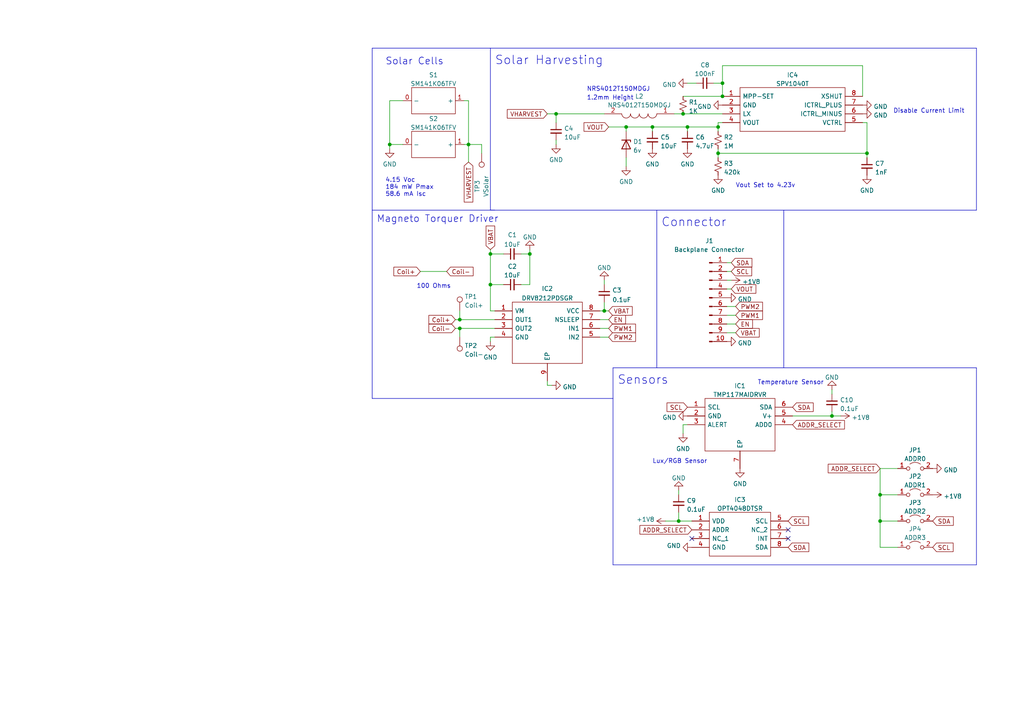
<source format=kicad_sch>
(kicad_sch (version 20230121) (generator eeschema)
  (paper "A4")
  (lib_symbols
    (symbol "+1V8_1" (power) (pin_names (offset 0))
      (property "Value" "+1V8_1" (at 0 3.556 0))
      (symbol "+1V8_1_0_1"
        (polyline (pts (xy -0.762 1.27) (xy 0 2.54)))
        (polyline (pts (xy 0 0) (xy 0 2.54)))
        (polyline (pts (xy 0 2.54) (xy 0.762 1.27)))
      )
      (symbol "+1V8_1_1_1"
        (pin power_in line (at 0 0 90) (length 0) hide (name "+1V8") (number "1"))
      )
    )
    (symbol "Connector:Conn_01x10_Male" (pin_names (offset 1.016) hide)
      (property "Reference" "J" (at 0 12.7 0))
      (property "Value" "Conn_01x10_Male" (at 0 -15.24 0))
      (symbol "Conn_01x10_Male_1_1"
        (polyline (pts (xy 1.27 -12.7) (xy 0.8636 -12.7)) (stroke (width 0.1524)))
        (polyline (pts (xy 1.27 -10.16) (xy 0.8636 -10.16)) (stroke (width 0.1524)))
        (polyline (pts (xy 1.27 -7.62) (xy 0.8636 -7.62)) (stroke (width 0.1524)))
        (polyline (pts (xy 1.27 -5.08) (xy 0.8636 -5.08)) (stroke (width 0.1524)))
        (polyline (pts (xy 1.27 -2.54) (xy 0.8636 -2.54)) (stroke (width 0.1524)))
        (polyline (pts (xy 1.27 0) (xy 0.8636 0)) (stroke (width 0.1524)))
        (polyline (pts (xy 1.27 2.54) (xy 0.8636 2.54)) (stroke (width 0.1524)))
        (polyline (pts (xy 1.27 5.08) (xy 0.8636 5.08)) (stroke (width 0.1524)))
        (polyline (pts (xy 1.27 7.62) (xy 0.8636 7.62)) (stroke (width 0.1524)))
        (polyline (pts (xy 1.27 10.16) (xy 0.8636 10.16)) (stroke (width 0.1524)))
        (rectangle (start 0.8636 -12.573) (end 0 -12.827) (stroke (width 0.1524)) (fill (type outline)))
        (rectangle (start 0.8636 -10.033) (end 0 -10.287) (stroke (width 0.1524)) (fill (type outline)))
        (rectangle (start 0.8636 -7.493) (end 0 -7.747) (stroke (width 0.1524)) (fill (type outline)))
        (rectangle (start 0.8636 -4.953) (end 0 -5.207) (stroke (width 0.1524)) (fill (type outline)))
        (rectangle (start 0.8636 -2.413) (end 0 -2.667) (stroke (width 0.1524)) (fill (type outline)))
        (rectangle (start 0.8636 0.127) (end 0 -0.127) (stroke (width 0.1524)) (fill (type outline)))
        (rectangle (start 0.8636 2.667) (end 0 2.413) (stroke (width 0.1524)) (fill (type outline)))
        (rectangle (start 0.8636 5.207) (end 0 4.953) (stroke (width 0.1524)) (fill (type outline)))
        (rectangle (start 0.8636 7.747) (end 0 7.493) (stroke (width 0.1524)) (fill (type outline)))
        (rectangle (start 0.8636 10.287) (end 0 10.033) (stroke (width 0.1524)) (fill (type outline)))
        (pin passive line (at 5.08 10.16 180) (length 3.81) (name "Pin_1") (number "1"))
        (pin passive line (at 5.08 -12.7 180) (length 3.81) (name "Pin_10") (number "10"))
        (pin passive line (at 5.08 7.62 180) (length 3.81) (name "Pin_2") (number "2"))
        (pin passive line (at 5.08 5.08 180) (length 3.81) (name "Pin_3") (number "3"))
        (pin passive line (at 5.08 2.54 180) (length 3.81) (name "Pin_4") (number "4"))
        (pin passive line (at 5.08 0 180) (length 3.81) (name "Pin_5") (number "5"))
        (pin passive line (at 5.08 -2.54 180) (length 3.81) (name "Pin_6") (number "6"))
        (pin passive line (at 5.08 -5.08 180) (length 3.81) (name "Pin_7") (number "7"))
        (pin passive line (at 5.08 -7.62 180) (length 3.81) (name "Pin_8") (number "8"))
        (pin passive line (at 5.08 -10.16 180) (length 3.81) (name "Pin_9") (number "9"))
      )
    )
    (symbol "Connector:TestPoint" (pin_numbers hide) (pin_names (offset 0.762) hide)
      (property "Reference" "TP" (at 0 6.858 0))
      (property "Value" "TestPoint" (at 0 5.08 0))
      (symbol "TestPoint_0_1"
        (circle (center 0 3.302) (radius 0.762))
      )
      (symbol "TestPoint_1_1"
        (pin passive line (at 0 0 90) (length 2.54) (name "1") (number "1"))
      )
    )
    (symbol "DRV8212PDSGR:DRV8212PDSGR" (pin_names (offset 0.762))
      (property "Reference" "IC" (at 26.67 7.62 0))
      (property "Value" "DRV8212PDSGR" (at 26.67 5.08 0))
      (symbol "DRV8212PDSGR_0_0"
        (pin passive line (at 0 0 0) (length 5.08) (name "VM") (number "1"))
        (pin passive line (at 0 -2.54 0) (length 5.08) (name "OUT1") (number "2"))
        (pin passive line (at 0 -5.08 0) (length 5.08) (name "OUT2") (number "3"))
        (pin passive line (at 0 -7.62 0) (length 5.08) (name "GND") (number "4"))
        (pin passive line (at 30.48 -7.62 180) (length 5.08) (name "IN2") (number "5"))
        (pin passive line (at 30.48 -5.08 180) (length 5.08) (name "IN1") (number "6"))
        (pin passive line (at 30.48 -2.54 180) (length 5.08) (name "NSLEEP") (number "7"))
        (pin passive line (at 30.48 0 180) (length 5.08) (name "VCC") (number "8"))
        (pin passive line (at 15.24 -20.32 90) (length 5.08) (name "EP") (number "9"))
      )
      (symbol "DRV8212PDSGR_0_1"
        (polyline (pts (xy 5.08 2.54) (xy 25.4 2.54) (xy 25.4 -15.24) (xy 5.08 -15.24) (xy 5.08 2.54)) (stroke (width 0.1524)))
      )
    )
    (symbol "Device:C_Small" (pin_numbers hide) (pin_names (offset 0.254) hide)
      (property "Reference" "C" (at 0.254 1.778 0))
      (property "Value" "C_Small" (at 0.254 -2.032 0))
      (symbol "C_Small_0_1"
        (polyline (pts (xy -1.524 -0.508) (xy 1.524 -0.508)) (stroke (width 0.3302)))
        (polyline (pts (xy -1.524 0.508) (xy 1.524 0.508)) (stroke (width 0.3048)))
      )
      (symbol "C_Small_1_1"
        (pin passive line (at 0 2.54 270) (length 2.032) (name "~") (number "1"))
        (pin passive line (at 0 -2.54 90) (length 2.032) (name "~") (number "2"))
      )
    )
    (symbol "Device:D_Zener" (pin_numbers hide) (pin_names (offset 1.016) hide)
      (property "Reference" "D" (at 0 2.54 0))
      (property "Value" "D_Zener" (at 0 -2.54 0))
      (symbol "D_Zener_0_1"
        (polyline (pts (xy 1.27 0) (xy -1.27 0)))
        (polyline (pts (xy -1.27 -1.27) (xy -1.27 1.27) (xy -0.762 1.27)) (stroke (width 0.254)))
        (polyline (pts (xy 1.27 -1.27) (xy 1.27 1.27) (xy -1.27 0) (xy 1.27 -1.27)) (stroke (width 0.254)))
      )
      (symbol "D_Zener_1_1"
        (pin passive line (at -3.81 0 0) (length 2.54) (name "K") (number "1"))
        (pin passive line (at 3.81 0 180) (length 2.54) (name "A") (number "2"))
      )
    )
    (symbol "Device:R_Small_US" (pin_numbers hide) (pin_names (offset 0.254) hide)
      (property "Reference" "R" (at 0.762 0.508 0))
      (property "Value" "R_Small_US" (at 0.762 -1.016 0))
      (symbol "R_Small_US_1_1"
        (polyline (pts (xy 0 0) (xy 1.016 -0.381) (xy 0 -0.762) (xy -1.016 -1.143) (xy 0 -1.524)))
        (polyline (pts (xy 0 1.524) (xy 1.016 1.143) (xy 0 0.762) (xy -1.016 0.381) (xy 0 0)))
        (pin passive line (at 0 2.54 270) (length 1.016) (name "~") (number "1"))
        (pin passive line (at 0 -2.54 90) (length 1.016) (name "~") (number "2"))
      )
    )
    (symbol "GND_1" (power) (pin_names (offset 0))
      (property "Value" "GND_1" (at 0 -3.81 0))
      (symbol "GND_1_0_1"
        (polyline (pts (xy 0 0) (xy 0 -1.27) (xy 1.27 -1.27) (xy 0 -2.54) (xy -1.27 -1.27) (xy 0 -1.27)))
      )
      (symbol "GND_1_1_1"
        (pin power_in line (at 0 0 270) (length 0) hide (name "GND") (number "1"))
      )
    )
    (symbol "GND_2" (power) (pin_names (offset 0))
      (property "Value" "GND_2" (at 0 -3.81 0))
      (symbol "GND_2_0_1"
        (polyline (pts (xy 0 0) (xy 0 -1.27) (xy 1.27 -1.27) (xy 0 -2.54) (xy -1.27 -1.27) (xy 0 -1.27)))
      )
      (symbol "GND_2_1_1"
        (pin power_in line (at 0 0 270) (length 0) hide (name "GND") (number "1"))
      )
    )
    (symbol "GND_3" (power) (pin_names (offset 0))
      (property "Value" "GND_3" (at 0 -3.81 0))
      (symbol "GND_3_0_1"
        (polyline (pts (xy 0 0) (xy 0 -1.27) (xy 1.27 -1.27) (xy 0 -2.54) (xy -1.27 -1.27) (xy 0 -1.27)))
      )
      (symbol "GND_3_1_1"
        (pin power_in line (at 0 0 270) (length 0) hide (name "GND") (number "1"))
      )
    )
    (symbol "GND_4" (power) (pin_names (offset 0))
      (property "Value" "GND_4" (at 0 -3.81 0))
      (symbol "GND_4_0_1"
        (polyline (pts (xy 0 0) (xy 0 -1.27) (xy 1.27 -1.27) (xy 0 -2.54) (xy -1.27 -1.27) (xy 0 -1.27)))
      )
      (symbol "GND_4_1_1"
        (pin power_in line (at 0 0 270) (length 0) hide (name "GND") (number "1"))
      )
    )
    (symbol "GND_6" (power) (pin_names (offset 0))
      (property "Value" "GND_6" (at 0 -3.81 0))
      (symbol "GND_6_0_1"
        (polyline (pts (xy 0 0) (xy 0 -1.27) (xy 1.27 -1.27) (xy 0 -2.54) (xy -1.27 -1.27) (xy 0 -1.27)))
      )
      (symbol "GND_6_1_1"
        (pin power_in line (at 0 0 270) (length 0) hide (name "GND") (number "1"))
      )
    )
    (symbol "Jumper:Jumper_2_Open" (pin_names (offset 0) hide)
      (property "Reference" "JP" (at 0 2.794 0))
      (property "Value" "Jumper_2_Open" (at 0 -2.286 0))
      (symbol "Jumper_2_Open_0_0"
        (circle (center -2.032 0) (radius 0.508))
        (circle (center 2.032 0) (radius 0.508))
      )
      (symbol "Jumper_2_Open_0_1"
        (arc (start 1.524 1.27) (mid 0 1.778) (end -1.524 1.27))
      )
      (symbol "Jumper_2_Open_1_1"
        (pin passive line (at -5.08 0 0) (length 2.54) (name "A") (number "1"))
        (pin passive line (at 5.08 0 180) (length 2.54) (name "B") (number "2"))
      )
    )
    (symbol "KXOB121K04TF:SM141K06TFV"
      (property "Reference" "S" (at 0 -5.08 0))
      (property "Value" "SM141K06TFV" (at 0 5.08 0))
      (symbol "SM141K06TFV_0_1"
        (rectangle (start -6.35 3.81) (end 6.35 -3.81) (stroke (width 0.1524)))
      )
      (symbol "SM141K06TFV_1_1"
        (pin input line (at -8.89 0 0) (length 2.54) (name "-") (number "0"))
        (pin input line (at 8.89 0 180) (length 2.54) (name "+") (number "1"))
      )
    )
    (symbol "NRS4012T150MDGJ:NRS4012T150MDGJ" (pin_names (offset 0.762))
      (property "Reference" "L" (at 16.51 6.35 0))
      (property "Value" "NRS4012T150MDGJ" (at 16.51 3.81 0))
      (symbol "NRS4012T150MDGJ_0_0"
        (pin passive line (at 0 0 0) (length 5.08) (name "~") (number "1"))
        (pin passive line (at 20.32 0 180) (length 5.08) (name "~") (number "2"))
      )
      (symbol "NRS4012T150MDGJ_0_1"
        (arc (start 7.62 0) (mid 6.35 1.2202) (end 5.08 0) (stroke (width 0.1524)))
        (arc (start 10.16 0) (mid 8.89 1.2202) (end 7.62 0) (stroke (width 0.1524)))
        (arc (start 12.7 0) (mid 11.43 1.2202) (end 10.16 0) (stroke (width 0.1524)))
        (arc (start 15.24 0) (mid 13.97 1.2202) (end 12.7 0) (stroke (width 0.1524)))
      )
    )
    (symbol "OPT4048DTSR:OPT4048DTSR" (pin_names (offset 0.762))
      (property "Reference" "IC" (at 24.13 7.62 0))
      (property "Value" "OPT4048DTSR" (at 24.13 5.08 0))
      (symbol "OPT4048DTSR_0_0"
        (pin passive line (at 0 0 0) (length 5.08) (name "VDD") (number "1"))
        (pin passive line (at 0 -2.54 0) (length 5.08) (name "ADDR") (number "2"))
        (pin passive line (at 0 -5.08 0) (length 5.08) (name "NC_1") (number "3"))
        (pin passive line (at 0 -7.62 0) (length 5.08) (name "GND") (number "4"))
        (pin passive line (at 27.94 0 180) (length 5.08) (name "SCL") (number "5"))
        (pin passive line (at 27.94 -2.54 180) (length 5.08) (name "NC_2") (number "6"))
        (pin passive line (at 27.94 -5.08 180) (length 5.08) (name "INT") (number "7"))
        (pin passive line (at 27.94 -7.62 180) (length 5.08) (name "SDA") (number "8"))
      )
      (symbol "OPT4048DTSR_0_1"
        (polyline (pts (xy 5.08 2.54) (xy 22.86 2.54) (xy 22.86 -10.16) (xy 5.08 -10.16) (xy 5.08 2.54)) (stroke (width 0.1524)))
      )
    )
    (symbol "SPV1040T:SPV1040T" (pin_names (offset 0.762))
      (property "Reference" "IC" (at 36.83 7.62 0))
      (property "Value" "SPV1040T" (at 36.83 5.08 0))
      (symbol "SPV1040T_0_0"
        (pin passive line (at 0 0 0) (length 5.08) (name "MPP-SET") (number "1"))
        (pin passive line (at 0 -2.54 0) (length 5.08) (name "GND") (number "2"))
        (pin passive line (at 0 -5.08 0) (length 5.08) (name "LX") (number "3"))
        (pin passive line (at 0 -7.62 0) (length 5.08) (name "VOUT") (number "4"))
        (pin passive line (at 40.64 -7.62 180) (length 5.08) (name "VCTRL") (number "5"))
        (pin passive line (at 40.64 -5.08 180) (length 5.08) (name "ICTRL_MINUS") (number "6"))
        (pin passive line (at 40.64 -2.54 180) (length 5.08) (name "ICTRL_PLUS") (number "7"))
        (pin passive line (at 40.64 0 180) (length 5.08) (name "XSHUT") (number "8"))
      )
      (symbol "SPV1040T_0_1"
        (polyline (pts (xy 5.08 2.54) (xy 35.56 2.54) (xy 35.56 -10.16) (xy 5.08 -10.16) (xy 5.08 2.54)) (stroke (width 0.1524)))
      )
    )
    (symbol "TMP117MAIDRVR:TMP117MAIDRVR" (pin_names (offset 0.762))
      (property "Reference" "IC" (at 26.67 7.62 0))
      (property "Value" "TMP117MAIDRVR" (at 26.67 5.08 0))
      (symbol "TMP117MAIDRVR_0_0"
        (pin passive line (at 0 0 0) (length 5.08) (name "SCL") (number "1"))
        (pin passive line (at 0 -2.54 0) (length 5.08) (name "GND") (number "2"))
        (pin passive line (at 0 -5.08 0) (length 5.08) (name "ALERT") (number "3"))
        (pin passive line (at 30.48 -5.08 180) (length 5.08) (name "ADD0") (number "4"))
        (pin passive line (at 30.48 -2.54 180) (length 5.08) (name "V+") (number "5"))
        (pin passive line (at 30.48 0 180) (length 5.08) (name "SDA") (number "6"))
        (pin passive line (at 15.24 -17.78 90) (length 5.08) (name "EP") (number "7"))
      )
      (symbol "TMP117MAIDRVR_0_1"
        (polyline (pts (xy 5.08 2.54) (xy 25.4 2.54) (xy 25.4 -12.7) (xy 5.08 -12.7) (xy 5.08 2.54)) (stroke (width 0.1524)))
      )
    )
    (symbol "power:+1V8" (power) (pin_names (offset 0))
      (property "Value" "+1V8" (at 0 3.556 0))
      (symbol "+1V8_0_1"
        (polyline (pts (xy -0.762 1.27) (xy 0 2.54)))
        (polyline (pts (xy 0 0) (xy 0 2.54)))
        (polyline (pts (xy 0 2.54) (xy 0.762 1.27)))
      )
      (symbol "+1V8_1_1"
        (pin power_in line (at 0 0 90) (length 0) hide (name "+1V8") (number "1"))
      )
    )
    (symbol "power:GND" (power) (pin_names (offset 0))
      (property "Value" "GND" (at 0 -3.81 0))
      (symbol "GND_0_1"
        (polyline (pts (xy 0 0) (xy 0 -1.27) (xy 1.27 -1.27) (xy 0 -2.54) (xy -1.27 -1.27) (xy 0 -1.27)))
      )
      (symbol "GND_1_1"
        (pin power_in line (at 0 0 270) (length 0) hide (name "GND") (number "1"))
      )
    )
  )
  (junction (at 251.46 44.45))
  (junction (at 133.35 95.25))
  (junction (at 113.03 41.91))
  (junction (at 161.29 33.02))
  (junction (at 142.24 82.55))
  (junction (at 199.39 36.83))
  (junction (at 133.35 92.71))
  (junction (at 189.23 36.83))
  (junction (at 196.85 151.13))
  (junction (at 208.28 36.83))
  (junction (at 208.28 44.45))
  (junction (at 175.26 90.17))
  (junction (at 153.67 73.66))
  (junction (at 142.24 73.66))
  (junction (at 209.55 27.94))
  (junction (at 255.27 151.13))
  (junction (at 135.89 41.91))
  (junction (at 255.27 143.51))
  (junction (at 241.3 120.65))
  (junction (at 198.12 33.02))
  (junction (at 181.61 36.83))
  (junction (at 209.55 24.13))
  (no_connect (at 228.6 153.67))
  (no_connect (at 200.66 156.21))
  (no_connect (at 228.6 156.21))
  (wire (pts (xy 133.35 90.17) (xy 133.35 92.71)))
  (wire (pts (xy 199.39 36.83) (xy 199.39 38.1)))
  (wire (pts (xy 189.23 36.83) (xy 189.23 38.1)))
  (wire (pts (xy 250.19 19.05) (xy 209.55 19.05)))
  (wire (pts (xy 121.92 78.74) (xy 129.54 78.74)))
  (wire (pts (xy 208.28 44.45) (xy 251.46 44.45)))
  (wire (pts (xy 199.39 36.83) (xy 208.28 36.83)))
  (wire (pts (xy 251.46 35.56) (xy 251.46 44.45)))
  (wire (pts (xy 241.3 120.65) (xy 229.87 120.65)))
  (wire (pts (xy 175.26 82.55) (xy 175.26 81.28)))
  (wire (pts (xy 139.7 41.91) (xy 139.7 44.45)))
  (wire (pts (xy 176.53 97.79) (xy 173.99 97.79)))
  (wire (pts (xy 135.89 29.21) (xy 135.89 41.91)))
  (polyline (pts (xy 107.95 115.57) (xy 107.95 60.96)))
  (polyline (pts (xy 177.8 163.83) (xy 177.8 106.68)))
  (wire (pts (xy 210.82 93.98) (xy 213.36 93.98)))
  (wire (pts (xy 250.19 27.94) (xy 250.19 19.05)))
  (polyline (pts (xy 283.21 13.97) (xy 283.21 60.96)))
  (wire (pts (xy 134.62 29.21) (xy 135.89 29.21)))
  (wire (pts (xy 255.27 135.89) (xy 255.27 143.51)))
  (wire (pts (xy 196.85 151.13) (xy 200.66 151.13)))
  (wire (pts (xy 255.27 151.13) (xy 260.35 151.13)))
  (wire (pts (xy 135.89 46.99) (xy 135.89 41.91)))
  (wire (pts (xy 189.23 36.83) (xy 199.39 36.83)))
  (wire (pts (xy 176.53 95.25) (xy 173.99 95.25)))
  (wire (pts (xy 208.28 43.18) (xy 208.28 44.45)))
  (wire (pts (xy 158.75 110.49) (xy 158.75 111.76)))
  (wire (pts (xy 255.27 143.51) (xy 255.27 151.13)))
  (wire (pts (xy 133.35 95.25) (xy 132.08 95.25)))
  (wire (pts (xy 143.51 92.71) (xy 133.35 92.71)))
  (wire (pts (xy 181.61 36.83) (xy 189.23 36.83)))
  (wire (pts (xy 241.3 119.38) (xy 241.3 120.65)))
  (wire (pts (xy 210.82 96.52) (xy 213.36 96.52)))
  (wire (pts (xy 134.62 41.91) (xy 135.89 41.91)))
  (wire (pts (xy 210.82 78.74) (xy 212.09 78.74)))
  (wire (pts (xy 243.84 120.65) (xy 241.3 120.65)))
  (wire (pts (xy 181.61 36.83) (xy 181.61 38.1)))
  (wire (pts (xy 113.03 41.91) (xy 113.03 43.18)))
  (wire (pts (xy 146.05 73.66) (xy 142.24 73.66)))
  (wire (pts (xy 196.85 148.59) (xy 196.85 151.13)))
  (wire (pts (xy 181.61 45.72) (xy 181.61 48.26)))
  (wire (pts (xy 208.28 35.56) (xy 209.55 35.56)))
  (wire (pts (xy 195.58 33.02) (xy 198.12 33.02)))
  (wire (pts (xy 153.67 73.66) (xy 153.67 72.39)))
  (wire (pts (xy 176.53 36.83) (xy 181.61 36.83)))
  (wire (pts (xy 113.03 29.21) (xy 116.84 29.21)))
  (wire (pts (xy 151.13 82.55) (xy 153.67 82.55)))
  (wire (pts (xy 255.27 143.51) (xy 260.35 143.51)))
  (wire (pts (xy 176.53 90.17) (xy 175.26 90.17)))
  (wire (pts (xy 143.51 97.79) (xy 142.24 97.79)))
  (wire (pts (xy 133.35 92.71) (xy 132.08 92.71)))
  (wire (pts (xy 193.04 151.13) (xy 196.85 151.13)))
  (wire (pts (xy 196.85 142.24) (xy 196.85 143.51)))
  (wire (pts (xy 135.89 41.91) (xy 139.7 41.91)))
  (wire (pts (xy 142.24 82.55) (xy 142.24 90.17)))
  (wire (pts (xy 210.82 91.44) (xy 213.36 91.44)))
  (wire (pts (xy 210.82 81.28) (xy 212.09 81.28)))
  (wire (pts (xy 207.01 24.13) (xy 209.55 24.13)))
  (wire (pts (xy 199.39 24.13) (xy 201.93 24.13)))
  (wire (pts (xy 241.3 113.03) (xy 241.3 114.3)))
  (polyline (pts (xy 142.24 13.97) (xy 283.21 13.97)))
  (polyline (pts (xy 177.8 106.68) (xy 283.21 106.68)))
  (wire (pts (xy 142.24 72.39) (xy 142.24 73.66)))
  (wire (pts (xy 161.29 33.02) (xy 175.26 33.02)))
  (wire (pts (xy 175.26 90.17) (xy 173.99 90.17)))
  (wire (pts (xy 146.05 82.55) (xy 142.24 82.55)))
  (wire (pts (xy 175.26 87.63) (xy 175.26 90.17)))
  (wire (pts (xy 209.55 19.05) (xy 209.55 24.13)))
  (wire (pts (xy 255.27 135.89) (xy 260.35 135.89)))
  (wire (pts (xy 208.28 36.83) (xy 208.28 35.56)))
  (polyline (pts (xy 107.95 13.97) (xy 107.95 60.96)))
  (wire (pts (xy 161.29 40.64) (xy 161.29 41.91)))
  (wire (pts (xy 255.27 158.75) (xy 260.35 158.75)))
  (wire (pts (xy 208.28 44.45) (xy 208.28 45.72)))
  (wire (pts (xy 143.51 95.25) (xy 133.35 95.25)))
  (wire (pts (xy 142.24 90.17) (xy 143.51 90.17)))
  (wire (pts (xy 250.19 35.56) (xy 251.46 35.56)))
  (wire (pts (xy 198.12 33.02) (xy 209.55 33.02)))
  (wire (pts (xy 142.24 97.79) (xy 142.24 99.06)))
  (wire (pts (xy 151.13 73.66) (xy 153.67 73.66)))
  (polyline (pts (xy 283.21 106.68) (xy 283.21 163.83)))
  (wire (pts (xy 173.99 92.71) (xy 176.53 92.71)))
  (polyline (pts (xy 177.8 115.57) (xy 107.95 115.57)))
  (polyline (pts (xy 283.21 163.83) (xy 177.8 163.83)))
  (wire (pts (xy 161.29 33.02) (xy 161.29 35.56)))
  (polyline (pts (xy 142.24 60.96) (xy 142.24 13.97)))
  (polyline (pts (xy 190.5 60.96) (xy 190.5 106.68)))
  (polyline (pts (xy 283.21 60.96) (xy 142.24 60.96)))
  (polyline (pts (xy 107.95 60.96) (xy 143.51 60.96)))
  (polyline (pts (xy 227.33 60.96) (xy 227.33 106.68)))
  (wire (pts (xy 133.35 95.25) (xy 133.35 97.79)))
  (wire (pts (xy 255.27 151.13) (xy 255.27 158.75)))
  (wire (pts (xy 158.75 33.02) (xy 161.29 33.02)))
  (wire (pts (xy 113.03 29.21) (xy 113.03 41.91)))
  (wire (pts (xy 209.55 24.13) (xy 209.55 27.94)))
  (wire (pts (xy 210.82 88.9) (xy 213.36 88.9)))
  (wire (pts (xy 212.09 83.82) (xy 210.82 83.82)))
  (wire (pts (xy 210.82 76.2) (xy 212.09 76.2)))
  (wire (pts (xy 251.46 44.45) (xy 251.46 45.72)))
  (wire (pts (xy 198.12 123.19) (xy 199.39 123.19)))
  (wire (pts (xy 113.03 41.91) (xy 116.84 41.91)))
  (wire (pts (xy 208.28 38.1) (xy 208.28 36.83)))
  (wire (pts (xy 198.12 27.94) (xy 209.55 27.94)))
  (wire (pts (xy 198.12 123.19) (xy 198.12 125.73)))
  (polyline (pts (xy 142.24 13.97) (xy 107.95 13.97)))
  (wire (pts (xy 153.67 82.55) (xy 153.67 73.66)))
  (wire (pts (xy 158.75 111.76) (xy 160.02 111.76)))
  (wire (pts (xy 142.24 73.66) (xy 142.24 82.55)))
  (text "Lux/RGB Sensor" (at 189.23 134.62 0) (effects (font (size 1.27 1.27)) (justify left bottom)))
  (text "4.15 Voc\n184 mW Pmax\n58.6 mA Isc" (at 111.76 57.15 0) (effects (font (size 1.27 1.27)) (justify left bottom)))
  (text "1.2mm Height" (at 170.18 29.21 0) (effects (font (size 1.27 1.27)) (justify left bottom)))
  (text "Solar Harvesting" (at 143.51 19.05 0) (effects (font (size 2.5 2.5)) (justify left bottom)))
  (text "Magneto Torquer Driver" (at 109.22 64.77 0) (effects (font (size 2 2)) (justify left bottom)))
  (text "Vout Set to 4.23v" (at 213.36 54.61 0) (effects (font (size 1.27 1.27)) (justify left bottom)))
  (text "Solar Cells" (at 111.76 19.05 0) (effects (font (size 2 2)) (justify left bottom)))
  (text "Sensors" (at 179.07 111.76 0) (effects (font (size 2.5 2.5)) (justify left bottom)))
  (text "Temperature Sensor" (at 219.71 111.76 0) (effects (font (size 1.27 1.27)) (justify left bottom)))
  (text "Disable Current Limit" (at 259.08 33.02 0) (effects (font (size 1.27 1.27)) (justify left bottom)))
  (text "Connector" (at 191.77 66.04 0) (effects (font (size 2.5 2.5)) (justify left bottom)))
  (text "100 Ohms" (at 130.81 83.82 0) (effects (font (size 1.27 1.27)) (justify right bottom)))
  (text "NRS4012T150MDGJ" (at 170.18 26.67 0) (effects (font (size 1.27 1.27)) (justify left bottom)))
  (global_label "VOUT" (shape input) (at 176.53 36.83 180) (property "Intersheetrefs" "${INTERSHEET_REFS}" (effects hide)))
  (global_label "SDA" (shape input) (at 212.09 76.2 0) (property "Intersheetrefs" "${INTERSHEET_REFS}" (effects hide)))
  (global_label "Coil+" (shape input) (at 132.08 92.71 180) (property "Intersheetrefs" "${INTERSHEET_REFS}" (effects hide)))
  (global_label "SDA" (shape input) (at 228.6 158.75 0) (property "Intersheetrefs" "${INTERSHEET_REFS}" (effects hide)))
  (global_label "ADDR_SELECT" (shape input) (at 200.66 153.67 180) (property "Intersheetrefs" "${INTERSHEET_REFS}" (effects hide)))
  (global_label "SCL" (shape input) (at 270.51 158.75 0) (property "Intersheetrefs" "${INTERSHEET_REFS}" (effects hide)))
  (global_label "PWM1" (shape input) (at 176.53 95.25 0) (property "Intersheetrefs" "${INTERSHEET_REFS}" (effects hide)))
  (global_label "SDA" (shape input) (at 270.51 151.13 0) (property "Intersheetrefs" "${INTERSHEET_REFS}" (effects hide)))
  (global_label "ADDR_SELECT" (shape input) (at 229.87 123.19 0) (property "Intersheetrefs" "${INTERSHEET_REFS}" (effects hide)))
  (global_label "VOUT" (shape input) (at 212.09 83.82 0) (property "Intersheetrefs" "${INTERSHEET_REFS}" (effects hide)))
  (global_label "Coil-" (shape input) (at 132.08 95.25 180) (property "Intersheetrefs" "${INTERSHEET_REFS}" (effects hide)))
  (global_label "VBAT" (shape input) (at 176.53 90.17 0) (property "Intersheetrefs" "${INTERSHEET_REFS}" (effects hide)))
  (global_label "VBAT" (shape input) (at 142.24 72.39 90) (property "Intersheetrefs" "${INTERSHEET_REFS}" (effects hide)))
  (global_label "EN" (shape input) (at 213.36 93.98 0) (property "Intersheetrefs" "${INTERSHEET_REFS}" (effects hide)))
  (global_label "SCL" (shape input) (at 199.39 118.11 180) (property "Intersheetrefs" "${INTERSHEET_REFS}" (effects hide)))
  (global_label "VHARVEST" (shape input) (at 158.75 33.02 180) (property "Intersheetrefs" "${INTERSHEET_REFS}" (effects hide)))
  (global_label "VBAT" (shape input) (at 213.36 96.52 0) (property "Intersheetrefs" "${INTERSHEET_REFS}" (effects hide)))
  (global_label "SCL" (shape input) (at 228.6 151.13 0) (property "Intersheetrefs" "${INTERSHEET_REFS}" (effects hide)))
  (global_label "Coil-" (shape input) (at 129.54 78.74 0) (property "Intersheetrefs" "${INTERSHEET_REFS}" (effects hide)))
  (global_label "Coil+" (shape input) (at 121.92 78.74 180) (property "Intersheetrefs" "${INTERSHEET_REFS}" (effects hide)))
  (global_label "SCL" (shape input) (at 212.09 78.74 0) (property "Intersheetrefs" "${INTERSHEET_REFS}" (effects hide)))
  (global_label "EN" (shape input) (at 176.53 92.71 0) (property "Intersheetrefs" "${INTERSHEET_REFS}" (effects hide)))
  (global_label "PWM2" (shape input) (at 213.36 88.9 0) (property "Intersheetrefs" "${INTERSHEET_REFS}" (effects hide)))
  (global_label "SDA" (shape input) (at 229.87 118.11 0) (property "Intersheetrefs" "${INTERSHEET_REFS}" (effects hide)))
  (global_label "PWM1" (shape input) (at 213.36 91.44 0) (property "Intersheetrefs" "${INTERSHEET_REFS}" (effects hide)))
  (global_label "ADDR_SELECT" (shape input) (at 255.27 135.89 180) (property "Intersheetrefs" "${INTERSHEET_REFS}" (effects hide)))
  (global_label "VHARVEST" (shape input) (at 135.89 46.99 270) (property "Intersheetrefs" "${INTERSHEET_REFS}" (effects hide)))
  (global_label "PWM2" (shape input) (at 176.53 97.79 0) (property "Intersheetrefs" "${INTERSHEET_REFS}" (effects hide)))
  (symbol (lib_id "Device:D_Zener") (at 181.61 41.91 270) (unit 1)
    (property "Reference" "D1" (at 183.642 41.0753 90) (effects (justify left)))
    (property "Value" "6v" (at 183.642 43.6122 90) (effects (justify left)))
    (property "Footprint" "Diode_SMD:D_SOD-123" (effects hide))
  )
  (symbol (lib_id "Device:C_Small") (at 161.29 38.1 0) (unit 1)
    (property "Reference" "C4" (at 163.6141 37.2716 0) (effects (justify left)))
    (property "Value" "10uF" (at 163.6141 39.8085 0) (effects (justify left)))
    (property "Footprint" "Capacitor_SMD:C_0402_1005Metric" (effects hide))
  )
  (symbol (lib_id "power:GND") (at 270.51 135.89 90) (unit 1)
    (property "Reference" "#PWR0105" (effects hide))
    (property "Value" "GND" (at 273.685 136.3238 90) (effects (justify right)))
  )
  (symbol (lib_id "DRV8212PDSGR:DRV8212PDSGR") (at 143.51 90.17 0) (unit 1)
    (property "Reference" "IC2" (at 158.75 83.7143 0))
    (property "Value" "DRV8212PDSGR" (at 158.75 86.4894 0))
    (property "Footprint" "DRV8212PDSGR:SON50P200X200X80-9N" (effects hide))
    (property "Datasheet" "https://www.ti.com/jp/lit/ds/symlink/drv8212p.pdf?ts=1646210444424&ref_url=https%253A%252F%252Fwww.ti.com%252Fproduct%252Fja-jp%252FDRV8212P" (effects hide))
    (property "Description" "Motor / Motion / Ignition Controllers & Drivers 12-V, 3-A H-bridge m otor driver, PWM co" (effects hide))
    (property "Height" "0.8" (effects hide))
    (property "Mouser Part Number" "595-DRV8212PDSGR" (effects hide))
    (property "Mouser Price/Stock" "https://www.mouser.co.uk/ProductDetail/Texas-Instruments/DRV8212PDSGR?qs=QNEnbhJQKvaacfB2XVypIQ%3D%3D" (effects hide))
    (property "Manufacturer_Name" "Texas Instruments" (effects hide))
    (property "Manufacturer_Part_Number" "DRV8212PDSGR" (effects hide))
  )
  (symbol (lib_name "GND_3") (lib_id "power:GND") (at 175.26 81.28 180) (unit 1)
    (property "Reference" "#PWR0115" (effects hide))
    (property "Value" "GND" (at 175.26 77.6755 0))
  )
  (symbol (lib_id "power:GND") (at 161.29 41.91 0) (unit 1)
    (property "Reference" "#PWR0118" (effects hide))
    (property "Value" "GND" (at 161.29 46.3534 0))
  )
  (symbol (lib_id "Device:C_Small") (at 241.3 116.84 0) (unit 1)
    (property "Reference" "C10" (at 243.6241 116.0116 0) (effects (justify left)))
    (property "Value" "0.1uF" (at 243.6241 118.5485 0) (effects (justify left)))
    (property "Footprint" "Capacitor_SMD:C_0402_1005Metric" (effects hide))
  )
  (symbol (lib_id "power:GND") (at 250.19 30.48 90) (unit 1)
    (property "Reference" "#PWR0122" (effects hide))
    (property "Value" "GND" (at 253.365 30.9138 90) (effects (justify right)))
  )
  (symbol (lib_id "Device:C_Small") (at 199.39 40.64 0) (unit 1)
    (property "Reference" "C6" (at 201.7141 39.8116 0) (effects (justify left)))
    (property "Value" "4.7uF" (at 201.7141 42.3485 0) (effects (justify left)))
    (property "Footprint" "Capacitor_SMD:C_0402_1005Metric" (effects hide))
  )
  (symbol (lib_id "power:GND") (at 199.39 120.65 270) (unit 1)
    (property "Reference" "#PWR0106" (effects hide))
    (property "Value" "GND" (at 196.2151 121.0838 90) (effects (justify right)))
  )
  (symbol (lib_id "power:GND") (at 199.39 24.13 270) (unit 1)
    (property "Reference" "#PWR0125" (effects hide))
    (property "Value" "GND" (at 196.2151 24.5638 90) (effects (justify right)))
  )
  (symbol (lib_id "Device:C_Small") (at 189.23 40.64 0) (unit 1)
    (property "Reference" "C5" (at 191.5541 39.8116 0) (effects (justify left)))
    (property "Value" "10uF" (at 191.5541 42.3485 0) (effects (justify left)))
    (property "Footprint" "Capacitor_SMD:C_0402_1005Metric" (effects hide))
  )
  (symbol (lib_id "Jumper:Jumper_2_Open") (at 265.43 151.13 0) (unit 1)
    (property "Reference" "JP3" (at 265.43 145.7792 0))
    (property "Value" "ADDR2" (at 265.43 148.3161 0))
    (property "Footprint" "Jumper:SolderJumper-2_P1.3mm_Open_Pad1.0x1.5mm" (effects hide))
  )
  (symbol (lib_id "power:GND") (at 189.23 43.18 0) (unit 1)
    (property "Reference" "#PWR0120" (effects hide))
    (property "Value" "GND" (at 189.23 47.6234 0))
  )
  (symbol (lib_id "Device:C_Small") (at 148.59 73.66 90) (unit 1)
    (property "Reference" "C1" (at 148.5963 68.1314 90))
    (property "Value" "10uF" (at 148.5963 70.9065 90))
    (property "Footprint" "Capacitor_SMD:C_0402_1005Metric" (effects hide))
  )
  (symbol (lib_id "NRS4012T150MDGJ:NRS4012T150MDGJ") (at 195.58 33.02 180) (unit 1)
    (property "Reference" "L2" (at 185.42 27.94 0))
    (property "Value" "NRS4012T150MDGJ" (at 185.42 30.48 0))
    (property "Footprint" "NRS4012T150MDGJ:NRS4012T150MDGJ" (effects hide))
    (property "Datasheet" "https://componentsearchengine.com/Datasheets/1/NRS4012T150MDGJ.pdf" (effects hide))
    (property "Description" "NRS4012T150MDGJ" (effects hide))
    (property "Height" "1.2" (effects hide))
    (property "Mouser Part Number" "963-NRS4012T150MDGJ" (effects hide))
    (property "Mouser Price/Stock" "https://www.mouser.com/Search/Refine.aspx?Keyword=963-NRS4012T150MDGJ" (effects hide))
    (property "Manufacturer_Name" "TAIYO YUDEN" (effects hide))
    (property "Manufacturer_Part_Number" "NRS4012T150MDGJ" (effects hide))
  )
  (symbol (lib_id "power:+1V8") (at 270.51 143.51 270) (unit 1)
    (property "Reference" "#PWR0104" (effects hide))
    (property "Value" "+1V8" (at 273.685 143.9438 90) (effects (justify left)))
  )
  (symbol (lib_id "Connector:Conn_01x10_Male") (at 205.74 86.36 0) (unit 1)
    (property "Reference" "J1" (at 205.74 69.85 0))
    (property "Value" "Backplane Connector" (at 205.74 72.39 0))
    (property "Footprint" "Connector_PinHeader_1.00mm:PinHeader_1x10_P1.00mm_Vertical" (effects hide))
  )
  (symbol (lib_id "OPT4048DTSR:OPT4048DTSR") (at 200.66 151.13 0) (unit 1)
    (property "Reference" "IC3" (at 214.63 144.941 0))
    (property "Value" "OPT4048DTSR" (at 214.63 147.4779 0))
    (property "Footprint" "OPT4048DTSR:SOTFL50P190X60-8N" (effects hide))
    (property "Datasheet" "https://www.ti.com/lit/ds/symlink/opt4048.pdf?ts=1676909119066&ref_url=https%253A%252F%252Fwww.ti.com%252Fproduct%252FOPT4048%252Fpart-details%252FOPT4048DTSR%253FHQS%253Docb-tistore-invf-invftransact-invf-store-octopart-wwe%2526login-check%253Dtrue" (effects hide))
    (property "Description" "Ambient Light Sensors High-speed high-precision tristimulus XYZ color sensor 8-SOT-5X3 -40 to 85" (effects hide))
    (property "Height" "0.6" (effects hide))
    (property "Mouser Part Number" "595-OPT4048DTSR" (effects hide))
    (property "Mouser Price/Stock" "https://www.mouser.co.uk/ProductDetail/Texas-Instruments/OPT4048DTSR?qs=rQFj71Wb1eUko9TNzYxksQ%3D%3D" (effects hide))
    (property "Manufacturer_Name" "Texas Instruments" (effects hide))
    (property "Manufacturer_Part_Number" "OPT4048DTSR" (effects hide))
  )
  (symbol (lib_id "power:GND") (at 181.61 48.26 0) (unit 1)
    (property "Reference" "#PWR0126" (effects hide))
    (property "Value" "GND" (at 181.61 52.7034 0))
  )
  (symbol (lib_id "Jumper:Jumper_2_Open") (at 265.43 143.51 0) (unit 1)
    (property "Reference" "JP2" (at 265.43 138.1592 0))
    (property "Value" "ADDR1" (at 265.43 140.6961 0))
    (property "Footprint" "Jumper:SolderJumper-2_P1.3mm_Open_Pad1.0x1.5mm" (effects hide))
  )
  (symbol (lib_id "power:+1V8") (at 243.84 120.65 270) (unit 1)
    (property "Reference" "#PWR0116" (effects hide))
    (property "Value" "+1V8" (at 247.015 121.0838 90) (effects (justify left)))
  )
  (symbol (lib_id "power:GND") (at 210.82 99.06 90) (unit 1)
    (property "Reference" "#PWR0113" (effects hide))
    (property "Value" "GND" (at 213.995 99.4938 90) (effects (justify right)))
  )
  (symbol (lib_id "Connector:TestPoint") (at 139.7 44.45 180) (unit 1)
    (property "Reference" "TP3" (at 138.43 55.88 90) (effects (justify right)))
    (property "Value" "VSolar" (at 140.97 57.15 90) (effects (justify right)))
    (property "Footprint" "TestPoint:TestPoint_Pad_1.0x1.0mm" (effects hide))
  )
  (symbol (lib_id "KXOB121K04TF:SM141K06TFV") (at 125.73 29.21 0) (unit 1)
    (property "Reference" "S1" (at 125.73 21.751 0))
    (property "Value" "SM141K06TFV" (at 125.73 24.2879 0))
    (property "Footprint" "KXOB121K04TF:SM141K06TFV" (effects hide))
  )
  (symbol (lib_id "TMP117MAIDRVR:TMP117MAIDRVR") (at 199.39 118.11 0) (unit 1)
    (property "Reference" "IC1" (at 214.63 111.921 0))
    (property "Value" "TMP117MAIDRVR" (at 214.63 114.4579 0))
    (property "Footprint" "TMP117MAIDRVR:SON65P200X200X80-7N" (effects hide))
    (property "Datasheet" "http://www.ti.com/lit/gpn/tmp117" (effects hide))
    (property "Description" "+/-0.1C Accurate Digital Temperature Sensor with Integrated NV Memory" (effects hide))
    (property "Height" "0.8" (effects hide))
    (property "Mouser Part Number" "595-TMP117MAIDRVR" (effects hide))
    (property "Mouser Price/Stock" "https://www.mouser.co.uk/ProductDetail/Texas-Instruments/TMP117MAIDRVR?qs=qSfuJ%252Bfl%2Fd6ns6kYPunSVg%3D%3D" (effects hide))
    (property "Manufacturer_Name" "Texas Instruments" (effects hide))
    (property "Manufacturer_Part_Number" "TMP117MAIDRVR" (effects hide))
  )
  (symbol (lib_name "GND_4") (lib_id "power:GND") (at 153.67 72.39 180) (unit 1)
    (property "Reference" "#PWR0112" (effects hide))
    (property "Value" "GND" (at 153.67 68.7855 0))
  )
  (symbol (lib_id "Jumper:Jumper_2_Open") (at 265.43 158.75 0) (unit 1)
    (property "Reference" "JP4" (at 265.43 153.3992 0))
    (property "Value" "ADDR3" (at 265.43 155.9361 0))
    (property "Footprint" "Jumper:SolderJumper-2_P1.3mm_Open_Pad1.0x1.5mm" (effects hide))
  )
  (symbol (lib_id "SPV1040T:SPV1040T") (at 209.55 27.94 0) (unit 1)
    (property "Reference" "IC4" (at 229.87 21.751 0))
    (property "Value" "SPV1040T" (at 229.87 24.2879 0))
    (property "Footprint" "SPV1040T:SOP65P640X120-8N" (effects hide))
    (property "Description" "Voltage Regulators - Switching Regulators Hi efficiency solar battery charger" (effects hide))
    (property "Height" "1.2" (effects hide))
    (property "Mouser Part Number" "511-SPV1040T" (effects hide))
    (property "Mouser Price/Stock" "https://www.mouser.co.uk/ProductDetail/STMicroelectronics/SPV1040T?qs=7qOP6AeGKU1lga8RjcaFUQ%3D%3D" (effects hide))
    (property "Manufacturer_Name" "STMicroelectronics" (effects hide))
    (property "Manufacturer_Part_Number" "SPV1040T" (effects hide))
  )
  (symbol (lib_id "KXOB121K04TF:SM141K06TFV") (at 125.73 41.91 0) (unit 1)
    (property "Reference" "S2" (at 125.73 34.451 0))
    (property "Value" "SM141K06TFV" (at 125.73 36.9879 0))
    (property "Footprint" "KXOB121K04TF:SM141K06TFV" (effects hide))
  )
  (symbol (lib_id "Device:C_Small") (at 204.47 24.13 90) (unit 1)
    (property "Reference" "C8" (at 204.4763 18.8681 90))
    (property "Value" "100nF" (at 204.4763 21.405 90))
    (property "Footprint" "Capacitor_SMD:C_0402_1005Metric" (effects hide))
  )
  (symbol (lib_name "GND_2") (lib_id "power:GND") (at 142.24 99.06 0) (unit 1)
    (property "Reference" "#PWR0111" (effects hide))
    (property "Value" "GND" (at 142.24 103.6225 0))
  )
  (symbol (lib_id "Device:R_Small_US") (at 208.28 40.64 0) (unit 1)
    (property "Reference" "R2" (at 209.931 39.8053 0) (effects (justify left)))
    (property "Value" "1M" (at 209.931 42.3422 0) (effects (justify left)))
    (property "Footprint" "Resistor_SMD:R_0402_1005Metric" (effects hide))
  )
  (symbol (lib_id "Device:C_Small") (at 196.85 146.05 0) (unit 1)
    (property "Reference" "C9" (at 199.1741 145.2216 0) (effects (justify left)))
    (property "Value" "0.1uF" (at 199.1741 147.7585 0) (effects (justify left)))
    (property "Footprint" "Capacitor_SMD:C_0402_1005Metric" (effects hide))
  )
  (symbol (lib_id "power:GND") (at 250.19 33.02 90) (unit 1)
    (property "Reference" "#PWR0123" (effects hide))
    (property "Value" "GND" (at 253.365 33.4538 90) (effects (justify right)))
  )
  (symbol (lib_id "Jumper:Jumper_2_Open") (at 265.43 135.89 0) (unit 1)
    (property "Reference" "JP1" (at 265.43 130.5392 0))
    (property "Value" "ADDR0" (at 265.43 133.0761 0))
    (property "Footprint" "Jumper:SolderJumper-2_P1.3mm_Open_Pad1.0x1.5mm" (effects hide))
  )
  (symbol (lib_id "Connector:TestPoint") (at 133.35 90.17 0) (unit 1)
    (property "Reference" "TP1" (at 134.747 86.0333 0) (effects (justify left)))
    (property "Value" "Coil+" (at 134.747 88.5702 0) (effects (justify left)))
    (property "Footprint" "TestPoint:TestPoint_Pad_D2.0mm" (effects hide))
  )
  (symbol (lib_id "power:GND") (at 210.82 86.36 90) (unit 1)
    (property "Reference" "#PWR0102" (effects hide))
    (property "Value" "GND" (at 213.995 86.7938 90) (effects (justify right)))
  )
  (symbol (lib_id "Device:C_Small") (at 148.59 82.55 90) (unit 1)
    (property "Reference" "C2" (at 148.5963 77.2881 90))
    (property "Value" "10uF" (at 148.5963 79.825 90))
    (property "Footprint" "Capacitor_SMD:C_0402_1005Metric" (effects hide))
  )
  (symbol (lib_id "power:GND") (at 214.63 135.89 0) (unit 1)
    (property "Reference" "#PWR0107" (effects hide))
    (property "Value" "GND" (at 214.63 140.3334 0))
  )
  (symbol (lib_id "power:GND") (at 209.55 30.48 270) (unit 1)
    (property "Reference" "#PWR0117" (effects hide))
    (property "Value" "GND" (at 206.3751 30.9138 90) (effects (justify right)))
  )
  (symbol (lib_id "Device:C_Small") (at 175.26 85.09 0) (unit 1)
    (property "Reference" "C3" (at 177.5841 84.1878 0) (effects (justify left)))
    (property "Value" "0.1uF" (at 177.5841 86.9629 0) (effects (justify left)))
    (property "Footprint" "Capacitor_SMD:C_0402_1005Metric" (effects hide))
  )
  (symbol (lib_id "Connector:TestPoint") (at 133.35 97.79 180) (unit 1)
    (property "Reference" "TP2" (at 134.747 100.2573 0) (effects (justify right)))
    (property "Value" "Coil-" (at 134.747 102.7942 0) (effects (justify right)))
    (property "Footprint" "TestPoint:TestPoint_Pad_D2.0mm" (effects hide))
  )
  (symbol (lib_id "power:GND") (at 113.03 43.18 0) (unit 1)
    (property "Reference" "#PWR0101" (effects hide))
    (property "Value" "GND" (at 113.03 47.6234 0))
  )
  (symbol (lib_id "Device:R_Small_US") (at 198.12 30.48 0) (unit 1)
    (property "Reference" "R1" (at 199.771 29.6453 0) (effects (justify left)))
    (property "Value" "1K" (at 199.771 32.1822 0) (effects (justify left)))
    (property "Footprint" "Resistor_SMD:R_0402_1005Metric" (effects hide))
  )
  (symbol (lib_id "Device:C_Small") (at 251.46 48.26 0) (unit 1)
    (property "Reference" "C7" (at 253.7841 47.4316 0) (effects (justify left)))
    (property "Value" "1nF" (at 253.7841 49.9685 0) (effects (justify left)))
    (property "Footprint" "Capacitor_SMD:C_0402_1005Metric" (effects hide))
  )
  (symbol (lib_id "power:+1V8") (at 212.09 81.28 270) (unit 1)
    (property "Reference" "#PWR0103" (effects hide))
    (property "Value" "+1V8" (at 215.265 81.7138 90) (effects (justify left)))
  )
  (symbol (lib_id "power:GND") (at 208.28 50.8 0) (unit 1)
    (property "Reference" "#PWR0124" (effects hide))
    (property "Value" "GND" (at 208.28 55.2434 0))
  )
  (symbol (lib_id "power:GND") (at 199.39 43.18 0) (unit 1)
    (property "Reference" "#PWR0119" (effects hide))
    (property "Value" "GND" (at 199.39 47.6234 0))
  )
  (symbol (lib_name "+1V8_1") (lib_id "power:+1V8") (at 193.04 151.13 90) (unit 1)
    (property "Reference" "#PWR0110" (effects hide))
    (property "Value" "+1V8" (at 189.865 150.651 90) (effects (justify left)))
  )
  (symbol (lib_name "GND_1") (lib_id "power:GND") (at 160.02 111.76 90) (unit 1)
    (property "Reference" "#PWR0114" (effects hide))
    (property "Value" "GND" (at 163.195 112.239 90) (effects (justify right)))
  )
  (symbol (lib_id "power:GND") (at 196.85 142.24 180) (unit 1)
    (property "Reference" "#PWR0127" (effects hide))
    (property "Value" "GND" (at 196.85 138.6642 0))
  )
  (symbol (lib_id "power:GND") (at 241.3 113.03 180) (unit 1)
    (property "Reference" "#PWR0128" (effects hide))
    (property "Value" "GND" (at 241.3 109.4542 0))
  )
  (symbol (lib_id "Device:R_Small_US") (at 208.28 48.26 0) (unit 1)
    (property "Reference" "R3" (at 209.931 47.4253 0) (effects (justify left)))
    (property "Value" "420k" (at 209.931 49.9622 0) (effects (justify left)))
    (property "Footprint" "Resistor_SMD:R_0402_1005Metric" (effects hide))
  )
  (symbol (lib_id "power:GND") (at 198.12 125.73 0) (unit 1)
    (property "Reference" "#PWR0108" (effects hide))
    (property "Value" "GND" (at 198.12 130.1734 0))
  )
  (symbol (lib_name "GND_6") (lib_id "power:GND") (at 200.66 158.75 270) (unit 1)
    (property "Reference" "#PWR0109" (effects hide))
    (property "Value" "GND" (at 197.485 158.271 90) (effects (justify right)))
  )
  (symbol (lib_id "power:GND") (at 251.46 50.8 0) (unit 1)
    (property "Reference" "#PWR0121" (effects hide))
    (property "Value" "GND" (at 251.46 55.2434 0))
  )
)
</source>
